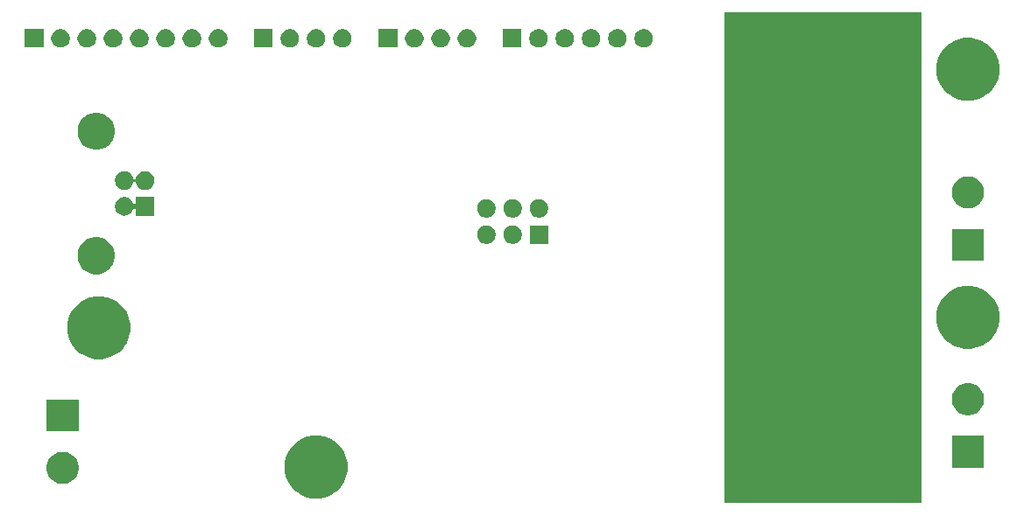
<source format=gbr>
G04 #@! TF.GenerationSoftware,KiCad,Pcbnew,5.1.5+dfsg1-2~bpo10+1*
G04 #@! TF.CreationDate,2020-05-02T00:01:12+02:00*
G04 #@! TF.ProjectId,reflow-controller,7265666c-6f77-42d6-936f-6e74726f6c6c,rev?*
G04 #@! TF.SameCoordinates,Original*
G04 #@! TF.FileFunction,Soldermask,Bot*
G04 #@! TF.FilePolarity,Negative*
%FSLAX46Y46*%
G04 Gerber Fmt 4.6, Leading zero omitted, Abs format (unit mm)*
G04 Created by KiCad (PCBNEW 5.1.5+dfsg1-2~bpo10+1) date 2020-05-02 00:01:12*
%MOMM*%
%LPD*%
G04 APERTURE LIST*
%ADD10C,0.100000*%
G04 APERTURE END LIST*
D10*
G36*
X204000000Y-155500000D02*
G01*
X185000000Y-155500000D01*
X185000000Y-108000000D01*
X204000000Y-108000000D01*
X204000000Y-155500000D01*
G37*
G36*
X146389943Y-149066248D02*
G01*
X146945189Y-149296238D01*
X147193347Y-149462052D01*
X147444899Y-149630134D01*
X147869866Y-150055101D01*
X148018440Y-150277458D01*
X148203762Y-150554811D01*
X148433752Y-151110057D01*
X148551000Y-151699501D01*
X148551000Y-152300499D01*
X148433752Y-152889943D01*
X148203762Y-153445189D01*
X148194241Y-153459438D01*
X147869866Y-153944899D01*
X147444899Y-154369866D01*
X147304573Y-154463629D01*
X146945189Y-154703762D01*
X146389943Y-154933752D01*
X145800499Y-155051000D01*
X145199501Y-155051000D01*
X144610057Y-154933752D01*
X144054811Y-154703762D01*
X143695427Y-154463629D01*
X143555101Y-154369866D01*
X143130134Y-153944899D01*
X142805759Y-153459438D01*
X142796238Y-153445189D01*
X142566248Y-152889943D01*
X142449000Y-152300499D01*
X142449000Y-151699501D01*
X142566248Y-151110057D01*
X142796238Y-150554811D01*
X142981560Y-150277458D01*
X143130134Y-150055101D01*
X143555101Y-149630134D01*
X143806653Y-149462052D01*
X144054811Y-149296238D01*
X144610057Y-149066248D01*
X145199501Y-148949000D01*
X145800499Y-148949000D01*
X146389943Y-149066248D01*
G37*
G36*
X121282516Y-150554810D02*
G01*
X121452410Y-150588604D01*
X121734674Y-150705521D01*
X121988705Y-150875259D01*
X122204741Y-151091295D01*
X122374479Y-151345326D01*
X122491396Y-151627590D01*
X122551000Y-151927240D01*
X122551000Y-152232760D01*
X122491396Y-152532410D01*
X122374479Y-152814674D01*
X122204741Y-153068705D01*
X121988705Y-153284741D01*
X121734674Y-153454479D01*
X121452410Y-153571396D01*
X121302585Y-153601198D01*
X121152761Y-153631000D01*
X120847239Y-153631000D01*
X120697415Y-153601198D01*
X120547590Y-153571396D01*
X120265326Y-153454479D01*
X120011295Y-153284741D01*
X119795259Y-153068705D01*
X119625521Y-152814674D01*
X119508604Y-152532410D01*
X119449000Y-152232760D01*
X119449000Y-151927240D01*
X119508604Y-151627590D01*
X119625521Y-151345326D01*
X119795259Y-151091295D01*
X120011295Y-150875259D01*
X120265326Y-150705521D01*
X120547590Y-150588604D01*
X120717484Y-150554810D01*
X120847239Y-150529000D01*
X121152761Y-150529000D01*
X121282516Y-150554810D01*
G37*
G36*
X210051000Y-152051000D02*
G01*
X206949000Y-152051000D01*
X206949000Y-148949000D01*
X210051000Y-148949000D01*
X210051000Y-152051000D01*
G37*
G36*
X122551000Y-148551000D02*
G01*
X119449000Y-148551000D01*
X119449000Y-145449000D01*
X122551000Y-145449000D01*
X122551000Y-148551000D01*
G37*
G36*
X208802585Y-143898802D02*
G01*
X208952410Y-143928604D01*
X209234674Y-144045521D01*
X209488705Y-144215259D01*
X209704741Y-144431295D01*
X209874479Y-144685326D01*
X209991396Y-144967590D01*
X210051000Y-145267240D01*
X210051000Y-145572760D01*
X209991396Y-145872410D01*
X209874479Y-146154674D01*
X209704741Y-146408705D01*
X209488705Y-146624741D01*
X209234674Y-146794479D01*
X208952410Y-146911396D01*
X208802585Y-146941198D01*
X208652761Y-146971000D01*
X208347239Y-146971000D01*
X208197415Y-146941198D01*
X208047590Y-146911396D01*
X207765326Y-146794479D01*
X207511295Y-146624741D01*
X207295259Y-146408705D01*
X207125521Y-146154674D01*
X207008604Y-145872410D01*
X206949000Y-145572760D01*
X206949000Y-145267240D01*
X207008604Y-144967590D01*
X207125521Y-144685326D01*
X207295259Y-144431295D01*
X207511295Y-144215259D01*
X207765326Y-144045521D01*
X208047590Y-143928604D01*
X208197415Y-143898802D01*
X208347239Y-143869000D01*
X208652761Y-143869000D01*
X208802585Y-143898802D01*
G37*
G36*
X125389943Y-135566248D02*
G01*
X125945189Y-135796238D01*
X126180443Y-135953430D01*
X126444899Y-136130134D01*
X126869866Y-136555101D01*
X127018440Y-136777458D01*
X127203762Y-137054811D01*
X127433752Y-137610057D01*
X127551000Y-138199501D01*
X127551000Y-138800499D01*
X127433752Y-139389943D01*
X127203762Y-139945189D01*
X127076660Y-140135410D01*
X126869866Y-140444899D01*
X126444899Y-140869866D01*
X126304573Y-140963629D01*
X125945189Y-141203762D01*
X125389943Y-141433752D01*
X124800499Y-141551000D01*
X124199501Y-141551000D01*
X123610057Y-141433752D01*
X123054811Y-141203762D01*
X122695427Y-140963629D01*
X122555101Y-140869866D01*
X122130134Y-140444899D01*
X121923340Y-140135410D01*
X121796238Y-139945189D01*
X121566248Y-139389943D01*
X121449000Y-138800499D01*
X121449000Y-138199501D01*
X121566248Y-137610057D01*
X121796238Y-137054811D01*
X121981560Y-136777458D01*
X122130134Y-136555101D01*
X122555101Y-136130134D01*
X122819557Y-135953430D01*
X123054811Y-135796238D01*
X123610057Y-135566248D01*
X124199501Y-135449000D01*
X124800499Y-135449000D01*
X125389943Y-135566248D01*
G37*
G36*
X209389943Y-134566248D02*
G01*
X209945189Y-134796238D01*
X210193347Y-134962052D01*
X210444899Y-135130134D01*
X210869866Y-135555101D01*
X211018440Y-135777458D01*
X211203762Y-136054811D01*
X211433752Y-136610057D01*
X211551000Y-137199501D01*
X211551000Y-137800499D01*
X211433752Y-138389943D01*
X211203762Y-138945189D01*
X211203761Y-138945190D01*
X210869866Y-139444899D01*
X210444899Y-139869866D01*
X210310845Y-139959438D01*
X209945189Y-140203762D01*
X209389943Y-140433752D01*
X208800499Y-140551000D01*
X208199501Y-140551000D01*
X207610057Y-140433752D01*
X207054811Y-140203762D01*
X206689155Y-139959438D01*
X206555101Y-139869866D01*
X206130134Y-139444899D01*
X205796239Y-138945190D01*
X205796238Y-138945189D01*
X205566248Y-138389943D01*
X205449000Y-137800499D01*
X205449000Y-137199501D01*
X205566248Y-136610057D01*
X205796238Y-136054811D01*
X205981560Y-135777458D01*
X206130134Y-135555101D01*
X206555101Y-135130134D01*
X206806653Y-134962052D01*
X207054811Y-134796238D01*
X207610057Y-134566248D01*
X208199501Y-134449000D01*
X208800499Y-134449000D01*
X209389943Y-134566248D01*
G37*
G36*
X124775331Y-129798211D02*
G01*
X125103092Y-129933974D01*
X125398070Y-130131072D01*
X125648928Y-130381930D01*
X125846026Y-130676908D01*
X125981789Y-131004669D01*
X126051000Y-131352616D01*
X126051000Y-131707384D01*
X125981789Y-132055331D01*
X125846026Y-132383092D01*
X125648928Y-132678070D01*
X125398070Y-132928928D01*
X125103092Y-133126026D01*
X124775331Y-133261789D01*
X124427384Y-133331000D01*
X124072616Y-133331000D01*
X123724669Y-133261789D01*
X123396908Y-133126026D01*
X123101930Y-132928928D01*
X122851072Y-132678070D01*
X122653974Y-132383092D01*
X122518211Y-132055331D01*
X122449000Y-131707384D01*
X122449000Y-131352616D01*
X122518211Y-131004669D01*
X122653974Y-130676908D01*
X122851072Y-130381930D01*
X123101930Y-130131072D01*
X123396908Y-129933974D01*
X123724669Y-129798211D01*
X124072616Y-129729000D01*
X124427384Y-129729000D01*
X124775331Y-129798211D01*
G37*
G36*
X210051000Y-132051000D02*
G01*
X206949000Y-132051000D01*
X206949000Y-128949000D01*
X210051000Y-128949000D01*
X210051000Y-132051000D01*
G37*
G36*
X167941000Y-130401000D02*
G01*
X166139000Y-130401000D01*
X166139000Y-128599000D01*
X167941000Y-128599000D01*
X167941000Y-130401000D01*
G37*
G36*
X164613512Y-128603927D02*
G01*
X164762812Y-128633624D01*
X164926784Y-128701544D01*
X165074354Y-128800147D01*
X165199853Y-128925646D01*
X165298456Y-129073216D01*
X165366376Y-129237188D01*
X165401000Y-129411259D01*
X165401000Y-129588741D01*
X165366376Y-129762812D01*
X165298456Y-129926784D01*
X165199853Y-130074354D01*
X165074354Y-130199853D01*
X164926784Y-130298456D01*
X164762812Y-130366376D01*
X164613512Y-130396073D01*
X164588742Y-130401000D01*
X164411258Y-130401000D01*
X164386488Y-130396073D01*
X164237188Y-130366376D01*
X164073216Y-130298456D01*
X163925646Y-130199853D01*
X163800147Y-130074354D01*
X163701544Y-129926784D01*
X163633624Y-129762812D01*
X163599000Y-129588741D01*
X163599000Y-129411259D01*
X163633624Y-129237188D01*
X163701544Y-129073216D01*
X163800147Y-128925646D01*
X163925646Y-128800147D01*
X164073216Y-128701544D01*
X164237188Y-128633624D01*
X164386488Y-128603927D01*
X164411258Y-128599000D01*
X164588742Y-128599000D01*
X164613512Y-128603927D01*
G37*
G36*
X162073512Y-128603927D02*
G01*
X162222812Y-128633624D01*
X162386784Y-128701544D01*
X162534354Y-128800147D01*
X162659853Y-128925646D01*
X162758456Y-129073216D01*
X162826376Y-129237188D01*
X162861000Y-129411259D01*
X162861000Y-129588741D01*
X162826376Y-129762812D01*
X162758456Y-129926784D01*
X162659853Y-130074354D01*
X162534354Y-130199853D01*
X162386784Y-130298456D01*
X162222812Y-130366376D01*
X162073512Y-130396073D01*
X162048742Y-130401000D01*
X161871258Y-130401000D01*
X161846488Y-130396073D01*
X161697188Y-130366376D01*
X161533216Y-130298456D01*
X161385646Y-130199853D01*
X161260147Y-130074354D01*
X161161544Y-129926784D01*
X161093624Y-129762812D01*
X161059000Y-129588741D01*
X161059000Y-129411259D01*
X161093624Y-129237188D01*
X161161544Y-129073216D01*
X161260147Y-128925646D01*
X161385646Y-128800147D01*
X161533216Y-128701544D01*
X161697188Y-128633624D01*
X161846488Y-128603927D01*
X161871258Y-128599000D01*
X162048742Y-128599000D01*
X162073512Y-128603927D01*
G37*
G36*
X162054508Y-126060147D02*
G01*
X162222812Y-126093624D01*
X162386784Y-126161544D01*
X162534354Y-126260147D01*
X162659853Y-126385646D01*
X162758456Y-126533216D01*
X162826376Y-126697188D01*
X162861000Y-126871259D01*
X162861000Y-127048741D01*
X162826376Y-127222812D01*
X162758456Y-127386784D01*
X162659853Y-127534354D01*
X162534354Y-127659853D01*
X162386784Y-127758456D01*
X162222812Y-127826376D01*
X162073512Y-127856073D01*
X162048742Y-127861000D01*
X161871258Y-127861000D01*
X161846488Y-127856073D01*
X161697188Y-127826376D01*
X161533216Y-127758456D01*
X161385646Y-127659853D01*
X161260147Y-127534354D01*
X161161544Y-127386784D01*
X161093624Y-127222812D01*
X161059000Y-127048741D01*
X161059000Y-126871259D01*
X161093624Y-126697188D01*
X161161544Y-126533216D01*
X161260147Y-126385646D01*
X161385646Y-126260147D01*
X161533216Y-126161544D01*
X161697188Y-126093624D01*
X161865492Y-126060147D01*
X161871258Y-126059000D01*
X162048742Y-126059000D01*
X162054508Y-126060147D01*
G37*
G36*
X167134508Y-126060147D02*
G01*
X167302812Y-126093624D01*
X167466784Y-126161544D01*
X167614354Y-126260147D01*
X167739853Y-126385646D01*
X167838456Y-126533216D01*
X167906376Y-126697188D01*
X167941000Y-126871259D01*
X167941000Y-127048741D01*
X167906376Y-127222812D01*
X167838456Y-127386784D01*
X167739853Y-127534354D01*
X167614354Y-127659853D01*
X167466784Y-127758456D01*
X167302812Y-127826376D01*
X167153512Y-127856073D01*
X167128742Y-127861000D01*
X166951258Y-127861000D01*
X166926488Y-127856073D01*
X166777188Y-127826376D01*
X166613216Y-127758456D01*
X166465646Y-127659853D01*
X166340147Y-127534354D01*
X166241544Y-127386784D01*
X166173624Y-127222812D01*
X166139000Y-127048741D01*
X166139000Y-126871259D01*
X166173624Y-126697188D01*
X166241544Y-126533216D01*
X166340147Y-126385646D01*
X166465646Y-126260147D01*
X166613216Y-126161544D01*
X166777188Y-126093624D01*
X166945492Y-126060147D01*
X166951258Y-126059000D01*
X167128742Y-126059000D01*
X167134508Y-126060147D01*
G37*
G36*
X164594508Y-126060147D02*
G01*
X164762812Y-126093624D01*
X164926784Y-126161544D01*
X165074354Y-126260147D01*
X165199853Y-126385646D01*
X165298456Y-126533216D01*
X165366376Y-126697188D01*
X165401000Y-126871259D01*
X165401000Y-127048741D01*
X165366376Y-127222812D01*
X165298456Y-127386784D01*
X165199853Y-127534354D01*
X165074354Y-127659853D01*
X164926784Y-127758456D01*
X164762812Y-127826376D01*
X164613512Y-127856073D01*
X164588742Y-127861000D01*
X164411258Y-127861000D01*
X164386488Y-127856073D01*
X164237188Y-127826376D01*
X164073216Y-127758456D01*
X163925646Y-127659853D01*
X163800147Y-127534354D01*
X163701544Y-127386784D01*
X163633624Y-127222812D01*
X163599000Y-127048741D01*
X163599000Y-126871259D01*
X163633624Y-126697188D01*
X163701544Y-126533216D01*
X163800147Y-126385646D01*
X163925646Y-126260147D01*
X164073216Y-126161544D01*
X164237188Y-126093624D01*
X164405492Y-126060147D01*
X164411258Y-126059000D01*
X164588742Y-126059000D01*
X164594508Y-126060147D01*
G37*
G36*
X127073512Y-125863927D02*
G01*
X127222812Y-125893624D01*
X127386784Y-125961544D01*
X127534354Y-126060147D01*
X127659853Y-126185646D01*
X127758456Y-126333216D01*
X127818523Y-126478229D01*
X127830068Y-126499829D01*
X127845613Y-126518771D01*
X127864555Y-126534316D01*
X127886166Y-126545867D01*
X127909615Y-126552980D01*
X127934001Y-126555382D01*
X127958387Y-126552980D01*
X127981836Y-126545867D01*
X128003447Y-126534316D01*
X128022389Y-126518771D01*
X128037934Y-126499829D01*
X128049485Y-126478218D01*
X128056598Y-126454769D01*
X128059000Y-126430383D01*
X128059000Y-125859000D01*
X129861000Y-125859000D01*
X129861000Y-127661000D01*
X128059000Y-127661000D01*
X128059000Y-127089617D01*
X128056598Y-127065231D01*
X128049485Y-127041782D01*
X128037934Y-127020171D01*
X128022389Y-127001229D01*
X128003447Y-126985684D01*
X127981836Y-126974133D01*
X127958387Y-126967020D01*
X127934001Y-126964618D01*
X127909615Y-126967020D01*
X127886166Y-126974133D01*
X127864555Y-126985684D01*
X127845613Y-127001229D01*
X127830068Y-127020171D01*
X127818523Y-127041771D01*
X127758456Y-127186784D01*
X127659853Y-127334354D01*
X127534354Y-127459853D01*
X127386784Y-127558456D01*
X127222812Y-127626376D01*
X127073512Y-127656073D01*
X127048742Y-127661000D01*
X126871258Y-127661000D01*
X126846488Y-127656073D01*
X126697188Y-127626376D01*
X126533216Y-127558456D01*
X126385646Y-127459853D01*
X126260147Y-127334354D01*
X126161544Y-127186784D01*
X126093624Y-127022812D01*
X126059000Y-126848741D01*
X126059000Y-126671259D01*
X126093624Y-126497188D01*
X126161544Y-126333216D01*
X126260147Y-126185646D01*
X126385646Y-126060147D01*
X126533216Y-125961544D01*
X126697188Y-125893624D01*
X126846488Y-125863927D01*
X126871258Y-125859000D01*
X127048742Y-125859000D01*
X127073512Y-125863927D01*
G37*
G36*
X208802585Y-123898802D02*
G01*
X208952410Y-123928604D01*
X209234674Y-124045521D01*
X209488705Y-124215259D01*
X209704741Y-124431295D01*
X209874479Y-124685326D01*
X209991396Y-124967590D01*
X210051000Y-125267240D01*
X210051000Y-125572760D01*
X209991396Y-125872410D01*
X209874479Y-126154674D01*
X209704741Y-126408705D01*
X209488705Y-126624741D01*
X209234674Y-126794479D01*
X208952410Y-126911396D01*
X208802585Y-126941198D01*
X208652761Y-126971000D01*
X208347239Y-126971000D01*
X208197415Y-126941198D01*
X208047590Y-126911396D01*
X207765326Y-126794479D01*
X207511295Y-126624741D01*
X207295259Y-126408705D01*
X207125521Y-126154674D01*
X207008604Y-125872410D01*
X206949000Y-125572760D01*
X206949000Y-125267240D01*
X207008604Y-124967590D01*
X207125521Y-124685326D01*
X207295259Y-124431295D01*
X207511295Y-124215259D01*
X207765326Y-124045521D01*
X208047590Y-123928604D01*
X208197415Y-123898802D01*
X208347239Y-123869000D01*
X208652761Y-123869000D01*
X208802585Y-123898802D01*
G37*
G36*
X127073512Y-123363927D02*
G01*
X127222812Y-123393624D01*
X127386784Y-123461544D01*
X127534354Y-123560147D01*
X127659853Y-123685646D01*
X127758456Y-123833216D01*
X127826376Y-123997188D01*
X127837405Y-124052638D01*
X127844516Y-124076078D01*
X127856067Y-124097689D01*
X127871613Y-124116631D01*
X127890555Y-124132176D01*
X127912165Y-124143727D01*
X127935614Y-124150840D01*
X127960000Y-124153242D01*
X127984387Y-124150840D01*
X128007835Y-124143727D01*
X128029446Y-124132176D01*
X128048388Y-124116630D01*
X128063933Y-124097688D01*
X128075484Y-124076078D01*
X128082595Y-124052638D01*
X128093624Y-123997188D01*
X128161544Y-123833216D01*
X128260147Y-123685646D01*
X128385646Y-123560147D01*
X128533216Y-123461544D01*
X128697188Y-123393624D01*
X128846488Y-123363927D01*
X128871258Y-123359000D01*
X129048742Y-123359000D01*
X129073512Y-123363927D01*
X129222812Y-123393624D01*
X129386784Y-123461544D01*
X129534354Y-123560147D01*
X129659853Y-123685646D01*
X129758456Y-123833216D01*
X129826376Y-123997188D01*
X129861000Y-124171259D01*
X129861000Y-124348741D01*
X129826376Y-124522812D01*
X129758456Y-124686784D01*
X129659853Y-124834354D01*
X129534354Y-124959853D01*
X129386784Y-125058456D01*
X129222812Y-125126376D01*
X129073512Y-125156073D01*
X129048742Y-125161000D01*
X128871258Y-125161000D01*
X128846488Y-125156073D01*
X128697188Y-125126376D01*
X128533216Y-125058456D01*
X128385646Y-124959853D01*
X128260147Y-124834354D01*
X128161544Y-124686784D01*
X128093624Y-124522812D01*
X128082595Y-124467362D01*
X128075484Y-124443922D01*
X128063933Y-124422311D01*
X128048387Y-124403369D01*
X128029445Y-124387824D01*
X128007835Y-124376273D01*
X127984386Y-124369160D01*
X127960000Y-124366758D01*
X127935613Y-124369160D01*
X127912165Y-124376273D01*
X127890554Y-124387824D01*
X127871612Y-124403370D01*
X127856067Y-124422312D01*
X127844516Y-124443922D01*
X127837405Y-124467362D01*
X127826376Y-124522812D01*
X127758456Y-124686784D01*
X127659853Y-124834354D01*
X127534354Y-124959853D01*
X127386784Y-125058456D01*
X127222812Y-125126376D01*
X127073512Y-125156073D01*
X127048742Y-125161000D01*
X126871258Y-125161000D01*
X126846488Y-125156073D01*
X126697188Y-125126376D01*
X126533216Y-125058456D01*
X126385646Y-124959853D01*
X126260147Y-124834354D01*
X126161544Y-124686784D01*
X126093624Y-124522812D01*
X126059000Y-124348741D01*
X126059000Y-124171259D01*
X126093624Y-123997188D01*
X126161544Y-123833216D01*
X126260147Y-123685646D01*
X126385646Y-123560147D01*
X126533216Y-123461544D01*
X126697188Y-123393624D01*
X126846488Y-123363927D01*
X126871258Y-123359000D01*
X127048742Y-123359000D01*
X127073512Y-123363927D01*
G37*
G36*
X124775331Y-117758211D02*
G01*
X125103092Y-117893974D01*
X125398070Y-118091072D01*
X125648928Y-118341930D01*
X125846026Y-118636908D01*
X125981789Y-118964669D01*
X126051000Y-119312616D01*
X126051000Y-119667384D01*
X125981789Y-120015331D01*
X125846026Y-120343092D01*
X125648928Y-120638070D01*
X125398070Y-120888928D01*
X125103092Y-121086026D01*
X124775331Y-121221789D01*
X124427384Y-121291000D01*
X124072616Y-121291000D01*
X123724669Y-121221789D01*
X123396908Y-121086026D01*
X123101930Y-120888928D01*
X122851072Y-120638070D01*
X122653974Y-120343092D01*
X122518211Y-120015331D01*
X122449000Y-119667384D01*
X122449000Y-119312616D01*
X122518211Y-118964669D01*
X122653974Y-118636908D01*
X122851072Y-118341930D01*
X123101930Y-118091072D01*
X123396908Y-117893974D01*
X123724669Y-117758211D01*
X124072616Y-117689000D01*
X124427384Y-117689000D01*
X124775331Y-117758211D01*
G37*
G36*
X209389943Y-110566248D02*
G01*
X209945189Y-110796238D01*
X210140561Y-110926782D01*
X210444899Y-111130134D01*
X210869866Y-111555101D01*
X211018440Y-111777458D01*
X211203762Y-112054811D01*
X211433752Y-112610057D01*
X211551000Y-113199501D01*
X211551000Y-113800499D01*
X211433752Y-114389943D01*
X211203762Y-114945189D01*
X211203761Y-114945190D01*
X210869866Y-115444899D01*
X210444899Y-115869866D01*
X210304573Y-115963629D01*
X209945189Y-116203762D01*
X209389943Y-116433752D01*
X208800499Y-116551000D01*
X208199501Y-116551000D01*
X207610057Y-116433752D01*
X207054811Y-116203762D01*
X206695427Y-115963629D01*
X206555101Y-115869866D01*
X206130134Y-115444899D01*
X205796239Y-114945190D01*
X205796238Y-114945189D01*
X205566248Y-114389943D01*
X205449000Y-113800499D01*
X205449000Y-113199501D01*
X205566248Y-112610057D01*
X205796238Y-112054811D01*
X205981560Y-111777458D01*
X206130134Y-111555101D01*
X206555101Y-111130134D01*
X206859439Y-110926782D01*
X207054811Y-110796238D01*
X207610057Y-110566248D01*
X208199501Y-110449000D01*
X208800499Y-110449000D01*
X209389943Y-110566248D01*
G37*
G36*
X125993512Y-109603927D02*
G01*
X126142812Y-109633624D01*
X126306784Y-109701544D01*
X126454354Y-109800147D01*
X126579853Y-109925646D01*
X126678456Y-110073216D01*
X126746376Y-110237188D01*
X126781000Y-110411259D01*
X126781000Y-110588741D01*
X126746376Y-110762812D01*
X126678456Y-110926784D01*
X126579853Y-111074354D01*
X126454354Y-111199853D01*
X126306784Y-111298456D01*
X126142812Y-111366376D01*
X125993512Y-111396073D01*
X125968742Y-111401000D01*
X125791258Y-111401000D01*
X125766488Y-111396073D01*
X125617188Y-111366376D01*
X125453216Y-111298456D01*
X125305646Y-111199853D01*
X125180147Y-111074354D01*
X125081544Y-110926784D01*
X125013624Y-110762812D01*
X124979000Y-110588741D01*
X124979000Y-110411259D01*
X125013624Y-110237188D01*
X125081544Y-110073216D01*
X125180147Y-109925646D01*
X125305646Y-109800147D01*
X125453216Y-109701544D01*
X125617188Y-109633624D01*
X125766488Y-109603927D01*
X125791258Y-109599000D01*
X125968742Y-109599000D01*
X125993512Y-109603927D01*
G37*
G36*
X153361000Y-111401000D02*
G01*
X151559000Y-111401000D01*
X151559000Y-109599000D01*
X153361000Y-109599000D01*
X153361000Y-111401000D01*
G37*
G36*
X155113512Y-109603927D02*
G01*
X155262812Y-109633624D01*
X155426784Y-109701544D01*
X155574354Y-109800147D01*
X155699853Y-109925646D01*
X155798456Y-110073216D01*
X155866376Y-110237188D01*
X155901000Y-110411259D01*
X155901000Y-110588741D01*
X155866376Y-110762812D01*
X155798456Y-110926784D01*
X155699853Y-111074354D01*
X155574354Y-111199853D01*
X155426784Y-111298456D01*
X155262812Y-111366376D01*
X155113512Y-111396073D01*
X155088742Y-111401000D01*
X154911258Y-111401000D01*
X154886488Y-111396073D01*
X154737188Y-111366376D01*
X154573216Y-111298456D01*
X154425646Y-111199853D01*
X154300147Y-111074354D01*
X154201544Y-110926784D01*
X154133624Y-110762812D01*
X154099000Y-110588741D01*
X154099000Y-110411259D01*
X154133624Y-110237188D01*
X154201544Y-110073216D01*
X154300147Y-109925646D01*
X154425646Y-109800147D01*
X154573216Y-109701544D01*
X154737188Y-109633624D01*
X154886488Y-109603927D01*
X154911258Y-109599000D01*
X155088742Y-109599000D01*
X155113512Y-109603927D01*
G37*
G36*
X157653512Y-109603927D02*
G01*
X157802812Y-109633624D01*
X157966784Y-109701544D01*
X158114354Y-109800147D01*
X158239853Y-109925646D01*
X158338456Y-110073216D01*
X158406376Y-110237188D01*
X158441000Y-110411259D01*
X158441000Y-110588741D01*
X158406376Y-110762812D01*
X158338456Y-110926784D01*
X158239853Y-111074354D01*
X158114354Y-111199853D01*
X157966784Y-111298456D01*
X157802812Y-111366376D01*
X157653512Y-111396073D01*
X157628742Y-111401000D01*
X157451258Y-111401000D01*
X157426488Y-111396073D01*
X157277188Y-111366376D01*
X157113216Y-111298456D01*
X156965646Y-111199853D01*
X156840147Y-111074354D01*
X156741544Y-110926784D01*
X156673624Y-110762812D01*
X156639000Y-110588741D01*
X156639000Y-110411259D01*
X156673624Y-110237188D01*
X156741544Y-110073216D01*
X156840147Y-109925646D01*
X156965646Y-109800147D01*
X157113216Y-109701544D01*
X157277188Y-109633624D01*
X157426488Y-109603927D01*
X157451258Y-109599000D01*
X157628742Y-109599000D01*
X157653512Y-109603927D01*
G37*
G36*
X160193512Y-109603927D02*
G01*
X160342812Y-109633624D01*
X160506784Y-109701544D01*
X160654354Y-109800147D01*
X160779853Y-109925646D01*
X160878456Y-110073216D01*
X160946376Y-110237188D01*
X160981000Y-110411259D01*
X160981000Y-110588741D01*
X160946376Y-110762812D01*
X160878456Y-110926784D01*
X160779853Y-111074354D01*
X160654354Y-111199853D01*
X160506784Y-111298456D01*
X160342812Y-111366376D01*
X160193512Y-111396073D01*
X160168742Y-111401000D01*
X159991258Y-111401000D01*
X159966488Y-111396073D01*
X159817188Y-111366376D01*
X159653216Y-111298456D01*
X159505646Y-111199853D01*
X159380147Y-111074354D01*
X159281544Y-110926784D01*
X159213624Y-110762812D01*
X159179000Y-110588741D01*
X159179000Y-110411259D01*
X159213624Y-110237188D01*
X159281544Y-110073216D01*
X159380147Y-109925646D01*
X159505646Y-109800147D01*
X159653216Y-109701544D01*
X159817188Y-109633624D01*
X159966488Y-109603927D01*
X159991258Y-109599000D01*
X160168742Y-109599000D01*
X160193512Y-109603927D01*
G37*
G36*
X141321000Y-111401000D02*
G01*
X139519000Y-111401000D01*
X139519000Y-109599000D01*
X141321000Y-109599000D01*
X141321000Y-111401000D01*
G37*
G36*
X143073512Y-109603927D02*
G01*
X143222812Y-109633624D01*
X143386784Y-109701544D01*
X143534354Y-109800147D01*
X143659853Y-109925646D01*
X143758456Y-110073216D01*
X143826376Y-110237188D01*
X143861000Y-110411259D01*
X143861000Y-110588741D01*
X143826376Y-110762812D01*
X143758456Y-110926784D01*
X143659853Y-111074354D01*
X143534354Y-111199853D01*
X143386784Y-111298456D01*
X143222812Y-111366376D01*
X143073512Y-111396073D01*
X143048742Y-111401000D01*
X142871258Y-111401000D01*
X142846488Y-111396073D01*
X142697188Y-111366376D01*
X142533216Y-111298456D01*
X142385646Y-111199853D01*
X142260147Y-111074354D01*
X142161544Y-110926784D01*
X142093624Y-110762812D01*
X142059000Y-110588741D01*
X142059000Y-110411259D01*
X142093624Y-110237188D01*
X142161544Y-110073216D01*
X142260147Y-109925646D01*
X142385646Y-109800147D01*
X142533216Y-109701544D01*
X142697188Y-109633624D01*
X142846488Y-109603927D01*
X142871258Y-109599000D01*
X143048742Y-109599000D01*
X143073512Y-109603927D01*
G37*
G36*
X145613512Y-109603927D02*
G01*
X145762812Y-109633624D01*
X145926784Y-109701544D01*
X146074354Y-109800147D01*
X146199853Y-109925646D01*
X146298456Y-110073216D01*
X146366376Y-110237188D01*
X146401000Y-110411259D01*
X146401000Y-110588741D01*
X146366376Y-110762812D01*
X146298456Y-110926784D01*
X146199853Y-111074354D01*
X146074354Y-111199853D01*
X145926784Y-111298456D01*
X145762812Y-111366376D01*
X145613512Y-111396073D01*
X145588742Y-111401000D01*
X145411258Y-111401000D01*
X145386488Y-111396073D01*
X145237188Y-111366376D01*
X145073216Y-111298456D01*
X144925646Y-111199853D01*
X144800147Y-111074354D01*
X144701544Y-110926784D01*
X144633624Y-110762812D01*
X144599000Y-110588741D01*
X144599000Y-110411259D01*
X144633624Y-110237188D01*
X144701544Y-110073216D01*
X144800147Y-109925646D01*
X144925646Y-109800147D01*
X145073216Y-109701544D01*
X145237188Y-109633624D01*
X145386488Y-109603927D01*
X145411258Y-109599000D01*
X145588742Y-109599000D01*
X145613512Y-109603927D01*
G37*
G36*
X148153512Y-109603927D02*
G01*
X148302812Y-109633624D01*
X148466784Y-109701544D01*
X148614354Y-109800147D01*
X148739853Y-109925646D01*
X148838456Y-110073216D01*
X148906376Y-110237188D01*
X148941000Y-110411259D01*
X148941000Y-110588741D01*
X148906376Y-110762812D01*
X148838456Y-110926784D01*
X148739853Y-111074354D01*
X148614354Y-111199853D01*
X148466784Y-111298456D01*
X148302812Y-111366376D01*
X148153512Y-111396073D01*
X148128742Y-111401000D01*
X147951258Y-111401000D01*
X147926488Y-111396073D01*
X147777188Y-111366376D01*
X147613216Y-111298456D01*
X147465646Y-111199853D01*
X147340147Y-111074354D01*
X147241544Y-110926784D01*
X147173624Y-110762812D01*
X147139000Y-110588741D01*
X147139000Y-110411259D01*
X147173624Y-110237188D01*
X147241544Y-110073216D01*
X147340147Y-109925646D01*
X147465646Y-109800147D01*
X147613216Y-109701544D01*
X147777188Y-109633624D01*
X147926488Y-109603927D01*
X147951258Y-109599000D01*
X148128742Y-109599000D01*
X148153512Y-109603927D01*
G37*
G36*
X119161000Y-111401000D02*
G01*
X117359000Y-111401000D01*
X117359000Y-109599000D01*
X119161000Y-109599000D01*
X119161000Y-111401000D01*
G37*
G36*
X120913512Y-109603927D02*
G01*
X121062812Y-109633624D01*
X121226784Y-109701544D01*
X121374354Y-109800147D01*
X121499853Y-109925646D01*
X121598456Y-110073216D01*
X121666376Y-110237188D01*
X121701000Y-110411259D01*
X121701000Y-110588741D01*
X121666376Y-110762812D01*
X121598456Y-110926784D01*
X121499853Y-111074354D01*
X121374354Y-111199853D01*
X121226784Y-111298456D01*
X121062812Y-111366376D01*
X120913512Y-111396073D01*
X120888742Y-111401000D01*
X120711258Y-111401000D01*
X120686488Y-111396073D01*
X120537188Y-111366376D01*
X120373216Y-111298456D01*
X120225646Y-111199853D01*
X120100147Y-111074354D01*
X120001544Y-110926784D01*
X119933624Y-110762812D01*
X119899000Y-110588741D01*
X119899000Y-110411259D01*
X119933624Y-110237188D01*
X120001544Y-110073216D01*
X120100147Y-109925646D01*
X120225646Y-109800147D01*
X120373216Y-109701544D01*
X120537188Y-109633624D01*
X120686488Y-109603927D01*
X120711258Y-109599000D01*
X120888742Y-109599000D01*
X120913512Y-109603927D01*
G37*
G36*
X123453512Y-109603927D02*
G01*
X123602812Y-109633624D01*
X123766784Y-109701544D01*
X123914354Y-109800147D01*
X124039853Y-109925646D01*
X124138456Y-110073216D01*
X124206376Y-110237188D01*
X124241000Y-110411259D01*
X124241000Y-110588741D01*
X124206376Y-110762812D01*
X124138456Y-110926784D01*
X124039853Y-111074354D01*
X123914354Y-111199853D01*
X123766784Y-111298456D01*
X123602812Y-111366376D01*
X123453512Y-111396073D01*
X123428742Y-111401000D01*
X123251258Y-111401000D01*
X123226488Y-111396073D01*
X123077188Y-111366376D01*
X122913216Y-111298456D01*
X122765646Y-111199853D01*
X122640147Y-111074354D01*
X122541544Y-110926784D01*
X122473624Y-110762812D01*
X122439000Y-110588741D01*
X122439000Y-110411259D01*
X122473624Y-110237188D01*
X122541544Y-110073216D01*
X122640147Y-109925646D01*
X122765646Y-109800147D01*
X122913216Y-109701544D01*
X123077188Y-109633624D01*
X123226488Y-109603927D01*
X123251258Y-109599000D01*
X123428742Y-109599000D01*
X123453512Y-109603927D01*
G37*
G36*
X128533512Y-109603927D02*
G01*
X128682812Y-109633624D01*
X128846784Y-109701544D01*
X128994354Y-109800147D01*
X129119853Y-109925646D01*
X129218456Y-110073216D01*
X129286376Y-110237188D01*
X129321000Y-110411259D01*
X129321000Y-110588741D01*
X129286376Y-110762812D01*
X129218456Y-110926784D01*
X129119853Y-111074354D01*
X128994354Y-111199853D01*
X128846784Y-111298456D01*
X128682812Y-111366376D01*
X128533512Y-111396073D01*
X128508742Y-111401000D01*
X128331258Y-111401000D01*
X128306488Y-111396073D01*
X128157188Y-111366376D01*
X127993216Y-111298456D01*
X127845646Y-111199853D01*
X127720147Y-111074354D01*
X127621544Y-110926784D01*
X127553624Y-110762812D01*
X127519000Y-110588741D01*
X127519000Y-110411259D01*
X127553624Y-110237188D01*
X127621544Y-110073216D01*
X127720147Y-109925646D01*
X127845646Y-109800147D01*
X127993216Y-109701544D01*
X128157188Y-109633624D01*
X128306488Y-109603927D01*
X128331258Y-109599000D01*
X128508742Y-109599000D01*
X128533512Y-109603927D01*
G37*
G36*
X131073512Y-109603927D02*
G01*
X131222812Y-109633624D01*
X131386784Y-109701544D01*
X131534354Y-109800147D01*
X131659853Y-109925646D01*
X131758456Y-110073216D01*
X131826376Y-110237188D01*
X131861000Y-110411259D01*
X131861000Y-110588741D01*
X131826376Y-110762812D01*
X131758456Y-110926784D01*
X131659853Y-111074354D01*
X131534354Y-111199853D01*
X131386784Y-111298456D01*
X131222812Y-111366376D01*
X131073512Y-111396073D01*
X131048742Y-111401000D01*
X130871258Y-111401000D01*
X130846488Y-111396073D01*
X130697188Y-111366376D01*
X130533216Y-111298456D01*
X130385646Y-111199853D01*
X130260147Y-111074354D01*
X130161544Y-110926784D01*
X130093624Y-110762812D01*
X130059000Y-110588741D01*
X130059000Y-110411259D01*
X130093624Y-110237188D01*
X130161544Y-110073216D01*
X130260147Y-109925646D01*
X130385646Y-109800147D01*
X130533216Y-109701544D01*
X130697188Y-109633624D01*
X130846488Y-109603927D01*
X130871258Y-109599000D01*
X131048742Y-109599000D01*
X131073512Y-109603927D01*
G37*
G36*
X133613512Y-109603927D02*
G01*
X133762812Y-109633624D01*
X133926784Y-109701544D01*
X134074354Y-109800147D01*
X134199853Y-109925646D01*
X134298456Y-110073216D01*
X134366376Y-110237188D01*
X134401000Y-110411259D01*
X134401000Y-110588741D01*
X134366376Y-110762812D01*
X134298456Y-110926784D01*
X134199853Y-111074354D01*
X134074354Y-111199853D01*
X133926784Y-111298456D01*
X133762812Y-111366376D01*
X133613512Y-111396073D01*
X133588742Y-111401000D01*
X133411258Y-111401000D01*
X133386488Y-111396073D01*
X133237188Y-111366376D01*
X133073216Y-111298456D01*
X132925646Y-111199853D01*
X132800147Y-111074354D01*
X132701544Y-110926784D01*
X132633624Y-110762812D01*
X132599000Y-110588741D01*
X132599000Y-110411259D01*
X132633624Y-110237188D01*
X132701544Y-110073216D01*
X132800147Y-109925646D01*
X132925646Y-109800147D01*
X133073216Y-109701544D01*
X133237188Y-109633624D01*
X133386488Y-109603927D01*
X133411258Y-109599000D01*
X133588742Y-109599000D01*
X133613512Y-109603927D01*
G37*
G36*
X136153512Y-109603927D02*
G01*
X136302812Y-109633624D01*
X136466784Y-109701544D01*
X136614354Y-109800147D01*
X136739853Y-109925646D01*
X136838456Y-110073216D01*
X136906376Y-110237188D01*
X136941000Y-110411259D01*
X136941000Y-110588741D01*
X136906376Y-110762812D01*
X136838456Y-110926784D01*
X136739853Y-111074354D01*
X136614354Y-111199853D01*
X136466784Y-111298456D01*
X136302812Y-111366376D01*
X136153512Y-111396073D01*
X136128742Y-111401000D01*
X135951258Y-111401000D01*
X135926488Y-111396073D01*
X135777188Y-111366376D01*
X135613216Y-111298456D01*
X135465646Y-111199853D01*
X135340147Y-111074354D01*
X135241544Y-110926784D01*
X135173624Y-110762812D01*
X135139000Y-110588741D01*
X135139000Y-110411259D01*
X135173624Y-110237188D01*
X135241544Y-110073216D01*
X135340147Y-109925646D01*
X135465646Y-109800147D01*
X135613216Y-109701544D01*
X135777188Y-109633624D01*
X135926488Y-109603927D01*
X135951258Y-109599000D01*
X136128742Y-109599000D01*
X136153512Y-109603927D01*
G37*
G36*
X165361000Y-111401000D02*
G01*
X163559000Y-111401000D01*
X163559000Y-109599000D01*
X165361000Y-109599000D01*
X165361000Y-111401000D01*
G37*
G36*
X167113512Y-109603927D02*
G01*
X167262812Y-109633624D01*
X167426784Y-109701544D01*
X167574354Y-109800147D01*
X167699853Y-109925646D01*
X167798456Y-110073216D01*
X167866376Y-110237188D01*
X167901000Y-110411259D01*
X167901000Y-110588741D01*
X167866376Y-110762812D01*
X167798456Y-110926784D01*
X167699853Y-111074354D01*
X167574354Y-111199853D01*
X167426784Y-111298456D01*
X167262812Y-111366376D01*
X167113512Y-111396073D01*
X167088742Y-111401000D01*
X166911258Y-111401000D01*
X166886488Y-111396073D01*
X166737188Y-111366376D01*
X166573216Y-111298456D01*
X166425646Y-111199853D01*
X166300147Y-111074354D01*
X166201544Y-110926784D01*
X166133624Y-110762812D01*
X166099000Y-110588741D01*
X166099000Y-110411259D01*
X166133624Y-110237188D01*
X166201544Y-110073216D01*
X166300147Y-109925646D01*
X166425646Y-109800147D01*
X166573216Y-109701544D01*
X166737188Y-109633624D01*
X166886488Y-109603927D01*
X166911258Y-109599000D01*
X167088742Y-109599000D01*
X167113512Y-109603927D01*
G37*
G36*
X169653512Y-109603927D02*
G01*
X169802812Y-109633624D01*
X169966784Y-109701544D01*
X170114354Y-109800147D01*
X170239853Y-109925646D01*
X170338456Y-110073216D01*
X170406376Y-110237188D01*
X170441000Y-110411259D01*
X170441000Y-110588741D01*
X170406376Y-110762812D01*
X170338456Y-110926784D01*
X170239853Y-111074354D01*
X170114354Y-111199853D01*
X169966784Y-111298456D01*
X169802812Y-111366376D01*
X169653512Y-111396073D01*
X169628742Y-111401000D01*
X169451258Y-111401000D01*
X169426488Y-111396073D01*
X169277188Y-111366376D01*
X169113216Y-111298456D01*
X168965646Y-111199853D01*
X168840147Y-111074354D01*
X168741544Y-110926784D01*
X168673624Y-110762812D01*
X168639000Y-110588741D01*
X168639000Y-110411259D01*
X168673624Y-110237188D01*
X168741544Y-110073216D01*
X168840147Y-109925646D01*
X168965646Y-109800147D01*
X169113216Y-109701544D01*
X169277188Y-109633624D01*
X169426488Y-109603927D01*
X169451258Y-109599000D01*
X169628742Y-109599000D01*
X169653512Y-109603927D01*
G37*
G36*
X172193512Y-109603927D02*
G01*
X172342812Y-109633624D01*
X172506784Y-109701544D01*
X172654354Y-109800147D01*
X172779853Y-109925646D01*
X172878456Y-110073216D01*
X172946376Y-110237188D01*
X172981000Y-110411259D01*
X172981000Y-110588741D01*
X172946376Y-110762812D01*
X172878456Y-110926784D01*
X172779853Y-111074354D01*
X172654354Y-111199853D01*
X172506784Y-111298456D01*
X172342812Y-111366376D01*
X172193512Y-111396073D01*
X172168742Y-111401000D01*
X171991258Y-111401000D01*
X171966488Y-111396073D01*
X171817188Y-111366376D01*
X171653216Y-111298456D01*
X171505646Y-111199853D01*
X171380147Y-111074354D01*
X171281544Y-110926784D01*
X171213624Y-110762812D01*
X171179000Y-110588741D01*
X171179000Y-110411259D01*
X171213624Y-110237188D01*
X171281544Y-110073216D01*
X171380147Y-109925646D01*
X171505646Y-109800147D01*
X171653216Y-109701544D01*
X171817188Y-109633624D01*
X171966488Y-109603927D01*
X171991258Y-109599000D01*
X172168742Y-109599000D01*
X172193512Y-109603927D01*
G37*
G36*
X177273512Y-109603927D02*
G01*
X177422812Y-109633624D01*
X177586784Y-109701544D01*
X177734354Y-109800147D01*
X177859853Y-109925646D01*
X177958456Y-110073216D01*
X178026376Y-110237188D01*
X178061000Y-110411259D01*
X178061000Y-110588741D01*
X178026376Y-110762812D01*
X177958456Y-110926784D01*
X177859853Y-111074354D01*
X177734354Y-111199853D01*
X177586784Y-111298456D01*
X177422812Y-111366376D01*
X177273512Y-111396073D01*
X177248742Y-111401000D01*
X177071258Y-111401000D01*
X177046488Y-111396073D01*
X176897188Y-111366376D01*
X176733216Y-111298456D01*
X176585646Y-111199853D01*
X176460147Y-111074354D01*
X176361544Y-110926784D01*
X176293624Y-110762812D01*
X176259000Y-110588741D01*
X176259000Y-110411259D01*
X176293624Y-110237188D01*
X176361544Y-110073216D01*
X176460147Y-109925646D01*
X176585646Y-109800147D01*
X176733216Y-109701544D01*
X176897188Y-109633624D01*
X177046488Y-109603927D01*
X177071258Y-109599000D01*
X177248742Y-109599000D01*
X177273512Y-109603927D01*
G37*
G36*
X174733512Y-109603927D02*
G01*
X174882812Y-109633624D01*
X175046784Y-109701544D01*
X175194354Y-109800147D01*
X175319853Y-109925646D01*
X175418456Y-110073216D01*
X175486376Y-110237188D01*
X175521000Y-110411259D01*
X175521000Y-110588741D01*
X175486376Y-110762812D01*
X175418456Y-110926784D01*
X175319853Y-111074354D01*
X175194354Y-111199853D01*
X175046784Y-111298456D01*
X174882812Y-111366376D01*
X174733512Y-111396073D01*
X174708742Y-111401000D01*
X174531258Y-111401000D01*
X174506488Y-111396073D01*
X174357188Y-111366376D01*
X174193216Y-111298456D01*
X174045646Y-111199853D01*
X173920147Y-111074354D01*
X173821544Y-110926784D01*
X173753624Y-110762812D01*
X173719000Y-110588741D01*
X173719000Y-110411259D01*
X173753624Y-110237188D01*
X173821544Y-110073216D01*
X173920147Y-109925646D01*
X174045646Y-109800147D01*
X174193216Y-109701544D01*
X174357188Y-109633624D01*
X174506488Y-109603927D01*
X174531258Y-109599000D01*
X174708742Y-109599000D01*
X174733512Y-109603927D01*
G37*
M02*

</source>
